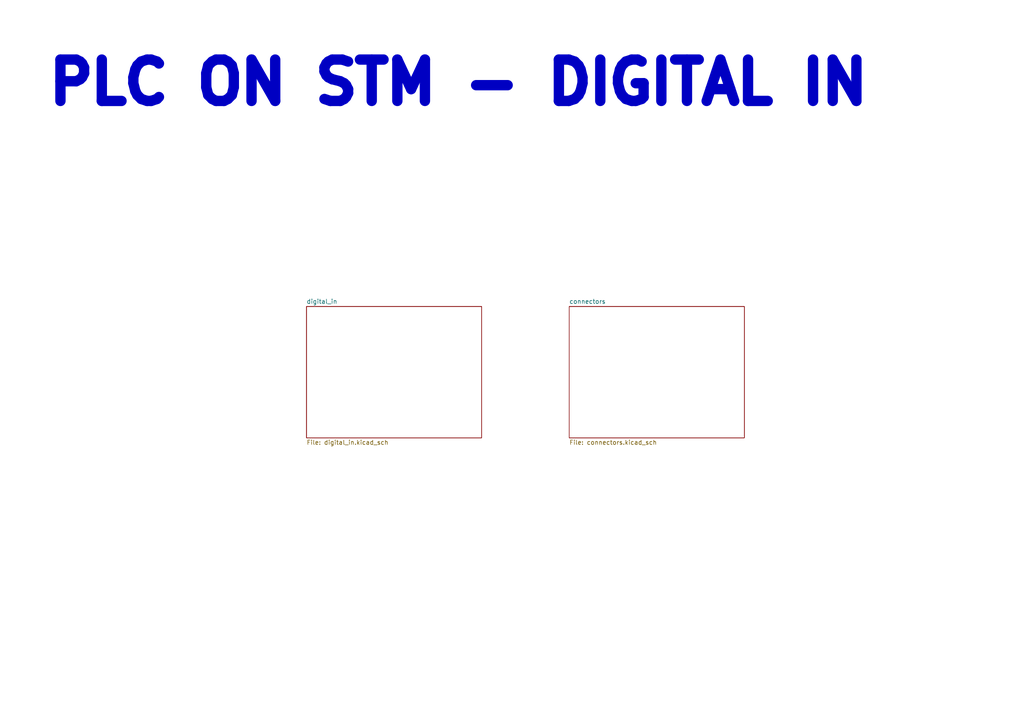
<source format=kicad_sch>
(kicad_sch
	(version 20250114)
	(generator "eeschema")
	(generator_version "9.0")
	(uuid "b652b05a-4e3d-4ad1-b032-18886abe7d45")
	(paper "A4")
	(title_block
		(title "PLC on STM - Digital Input Shield")
		(date "2026-01-07")
		(rev "${REVISION}")
		(company "Author: Grzegorz Potocki")
	)
	(lib_symbols)
	(text "PLC ON STM - DIGITAL IN"
		(exclude_from_sim no)
		(at 12.7 24.13 0)
		(effects
			(font
				(size 12 12)
				(thickness 4.8)
				(bold yes)
			)
			(justify left)
		)
		(uuid "cec71073-0df9-405e-812b-e61d9091f6a5")
	)
	(sheet
		(at 88.9 88.9)
		(size 50.8 38.1)
		(exclude_from_sim no)
		(in_bom yes)
		(on_board yes)
		(dnp no)
		(fields_autoplaced yes)
		(stroke
			(width 0.1524)
			(type solid)
		)
		(fill
			(color 0 0 0 0.0000)
		)
		(uuid "6a3b3241-0ad0-4b16-a514-26e740810b1b")
		(property "Sheetname" "digital_in"
			(at 88.9 88.1884 0)
			(effects
				(font
					(size 1.27 1.27)
				)
				(justify left bottom)
			)
		)
		(property "Sheetfile" "digital_in.kicad_sch"
			(at 88.9 127.5846 0)
			(effects
				(font
					(size 1.27 1.27)
				)
				(justify left top)
			)
		)
		(instances
			(project "digital_input"
				(path "/b652b05a-4e3d-4ad1-b032-18886abe7d45"
					(page "2")
				)
			)
		)
	)
	(sheet
		(at 165.1 88.9)
		(size 50.8 38.1)
		(exclude_from_sim no)
		(in_bom yes)
		(on_board yes)
		(dnp no)
		(fields_autoplaced yes)
		(stroke
			(width 0.1524)
			(type solid)
		)
		(fill
			(color 0 0 0 0.0000)
		)
		(uuid "eebddd9c-e619-42e1-ad9b-cb9bcaeb71d8")
		(property "Sheetname" "connectors"
			(at 165.1 88.1884 0)
			(effects
				(font
					(size 1.27 1.27)
				)
				(justify left bottom)
			)
		)
		(property "Sheetfile" "connectors.kicad_sch"
			(at 165.1 127.5846 0)
			(effects
				(font
					(size 1.27 1.27)
				)
				(justify left top)
			)
		)
		(instances
			(project "digital_input"
				(path "/b652b05a-4e3d-4ad1-b032-18886abe7d45"
					(page "3")
				)
			)
		)
	)
	(sheet_instances
		(path "/"
			(page "1")
		)
	)
	(embedded_fonts no)
	(embedded_files
		(file
			(name "putm_frame.kicad_wks")
			(type worksheet)
			(data |KLUv/WAvCY0UAObcWyEA1TZqxSYpSnAbOsWnapwROGKZeeE9KM64wmSW/n9CwQRSAEsAVAD4Oxyb
				J+1rOdkbNb9xsXDRanbnQyvya8XCVdH2ki1/5E8AAAIk6L2cVUZpqIzfhq4RSaozfi/7dQ4BEChg
				lFKrztoX2zJ7iAAIlB+RJvRA+yEEXWKSolT/yP/7a1pX7XmRRhm89j0nPWe/GYMv9uxJfUAsfu3i
				22/vfIcXhLPXVP/1ccRg7drh9YPVk9L+7H1JUe2jdx/0POJ//JEB+OurcpitYkNewTCqH4nK6mxS
				yYTrKhtGw9AW3MM0uKqrJ6VZhegMO20WjaHZLl3HmQat8PcYOWdS9r8ONmljvwR5rtpUI9Wr5/d9
				k1qAwF+8oX3VgQKiXplVrUPNLIqo06IWyRYhXY8c8WLWjESjRCYLrEJYts3RYRitDhFNskG4hmgb
				h2rSDWLhLOJbS6Wh7XfvdALDScCh+r0x401nJz1KZaNolJLtQjGAgKAhPaUYmpIUJClkmAOARKTm
				qDqKaBj8cOU0CMQEDCAPXptjKGfrooqHvkhFQiG28qvJM4YHQAhI789Pe6CM7SBne5Vtvvq9wkcX
				nj05P3mYi4NXPJ/uUrLUtQk2w76hQgx0MktjeoBh+lxTD5IGHQ8SF9Ga45urwV0FAriFfagEhtx5
				PGHBX1CBeRAr8grmewQSn3TJNDZp6SKSo3klm1fsFkaN6NERStGPAAJ0Kkf9E0NKGKCXmflfrqck
				pBHEJ8GdTlHn24ljbxPc+WIMW/jPAgcgyPKJHrUDci3M7EQ4CER7hddwyKWAwM1vyOwMDboKEy8K
				OKN2seQXk/bQSa/Qvsl6kQcUuziiY7xUSu4KhT3mI977rkPExkevAg==|
			)
			(checksum "D28CC2D8CCEF14F2FD87317FD6BA98A1")
		)
	)
)

</source>
